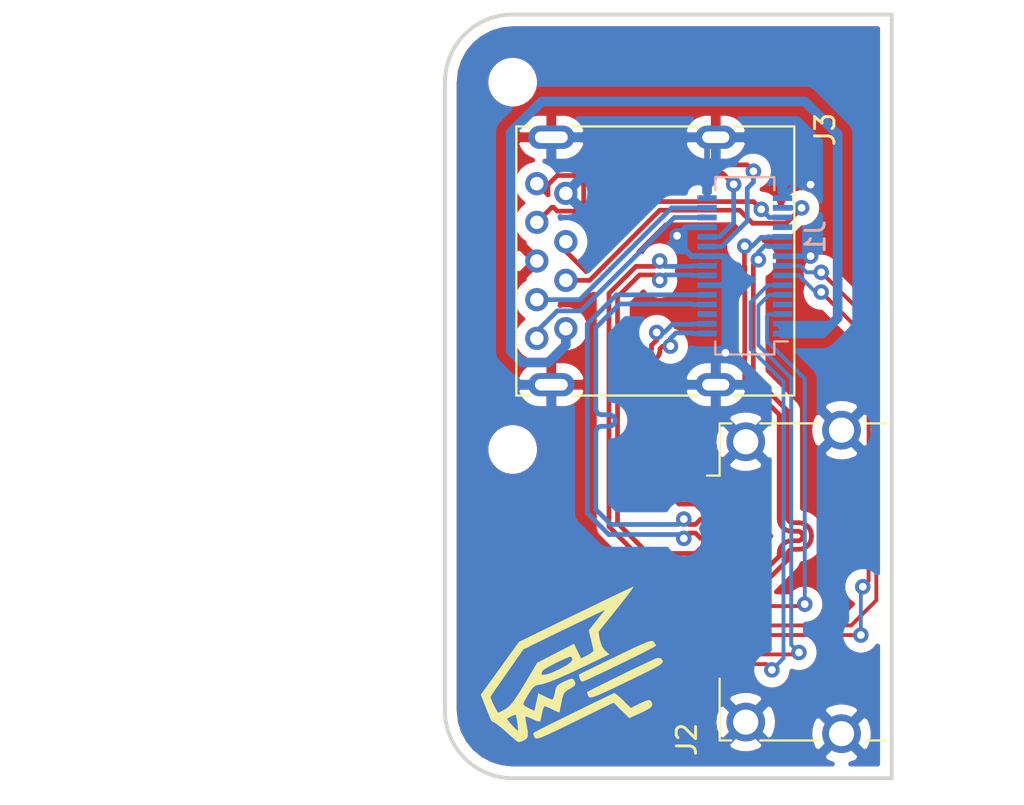
<source format=kicad_pcb>
(kicad_pcb (version 20171130) (host pcbnew "(5.1.10-1-10_14)")
  (layers (0 F.Cu signal) (1 In1.Cu signal hide) (2 In2.Cu signal hide) (31 B.Cu signal) (34 B.Paste user) (35 F.Paste user) (36 B.SilkS user) (37 F.SilkS user) (38 B.Mask user) (39 F.Mask user) (44 Edge.Cuts user))
  (net 0 "")
  (net 1 "Net-(J1-Pad22)")
  (net 2 "Net-(J1-Pad20)")
  (net 3 "Net-(J1-Pad16)")
  (net 4 "Net-(J1-Pad23)")
  (net 5 GND)
  (net 6 D+)
  (net 7 D-)
  (net 8 CEC)
  (net 9 HPD)
  (net 10 HDMI_CLK-)
  (net 11 HDMI_CLK+)
  (net 12 HDMI_D0-)
  (net 13 HDMI_D0+)
  (net 14 HDMI_D1-)
  (net 15 HDMI_D1+)
  (net 16 HDMI_D2-)
  (net 17 HDMI_D2+)
  (net 18 SSRX+)
  (net 19 SSRX-)
  (net 20 SSTX-)
  (net 21 SSTX+)
  (module Local:MountingHole_1.5mm (layer F.Cu) (at -12 9.5)
    (fp_text reference H2 hide)
    (fp_text value MountingHole hide)
    (pad "" np_thru_hole circle (at 0 0) (size 1.5 1.5) (drill 1.5) (layers *.Cu *.Mask))
  )
  (module Local:MountingHole_1.5mm (layer F.Cu) (at -12 -9.5)
    (fp_text reference H1 hide)
    (fp_text value MountingHole hide)
    (pad "" np_thru_hole circle (at 0 0) (size 1.5 1.5) (drill 1.5) (layers *.Cu *.Mask))
  )
  (module Local:ZoidFace (layer F.Cu) (at -9 21)
    (fp_text reference G1 hide)
    (fp_text value Logo_Open_Hardware_Small hide)
  )
  (module Local:HDMI_A_Amphenol_10029449-111 (layer F.Cu) (at 2.1 16.35 90)
    (fp_text reference J2 (at -8.15 -5.1 90) (layer F.SilkS))
    (fp_text value HDMI_A_1.4)
    (pad SH thru_hole circle (at -7.85 2.9 90) (size 2 2) (drill 1.3) (layers *.Cu *.Mask) (net 5 GND))
    (pad SH thru_hole circle (at 7.85 2.9 90) (size 2 2) (drill 1.3) (layers *.Cu *.Mask) (net 5 GND))
    (pad SH thru_hole circle (at -7.25 -2.05 90) (size 2 2) (drill 1.3) (layers *.Cu *.Mask) (net 5 GND))
    (pad SH thru_hole circle (at 7.25 -2.05 90) (size 2 2) (drill 1.3) (layers *.Cu *.Mask) (net 5 GND))
    (pad 19 smd rect (at -4.25 -2.95 90) (size 0.3 1.9) (layers F.Cu F.Paste F.Mask) (net 9 HPD))
    (pad 18 smd rect (at -3.75 -2.95 90) (size 0.3 1.9) (layers F.Cu F.Paste F.Mask) (net 2 "Net-(J1-Pad20)"))
    (pad 17 smd rect (at -3.25 -2.95 90) (size 0.3 1.9) (layers F.Cu F.Paste F.Mask) (net 5 GND))
    (pad 16 smd rect (at -2.75 -2.95 90) (size 0.3 1.9) (layers F.Cu F.Paste F.Mask) (net 1 "Net-(J1-Pad22)"))
    (pad 15 smd rect (at -2.25 -2.95 90) (size 0.3 1.9) (layers F.Cu F.Paste F.Mask) (net 4 "Net-(J1-Pad23)"))
    (pad 14 smd rect (at -1.75 -2.95 90) (size 0.3 1.9) (layers F.Cu F.Paste F.Mask))
    (pad 13 smd rect (at -1.25 -2.95 90) (size 0.3 1.9) (layers F.Cu F.Paste F.Mask) (net 8 CEC))
    (pad 12 smd rect (at -0.75 -2.95 90) (size 0.3 1.9) (layers F.Cu F.Paste F.Mask) (net 10 HDMI_CLK-))
    (pad 11 smd rect (at -0.25 -2.95 90) (size 0.3 1.9) (layers F.Cu F.Paste F.Mask) (net 5 GND))
    (pad 10 smd rect (at 0.25 -2.95 90) (size 0.3 1.9) (layers F.Cu F.Paste F.Mask) (net 11 HDMI_CLK+))
    (pad 9 smd rect (at 0.75 -2.95 90) (size 0.3 1.9) (layers F.Cu F.Paste F.Mask) (net 12 HDMI_D0-))
    (pad 8 smd rect (at 1.25 -2.95 90) (size 0.3 1.9) (layers F.Cu F.Paste F.Mask) (net 5 GND))
    (pad 7 smd rect (at 1.75 -2.95 90) (size 0.3 1.9) (layers F.Cu F.Paste F.Mask) (net 13 HDMI_D0+))
    (pad 6 smd rect (at 2.25 -2.95 90) (size 0.3 1.9) (layers F.Cu F.Paste F.Mask) (net 14 HDMI_D1-))
    (pad 5 smd rect (at 2.75 -2.95 90) (size 0.3 1.9) (layers F.Cu F.Paste F.Mask) (net 5 GND))
    (pad 4 smd rect (at 3.25 -2.95 90) (size 0.3 1.9) (layers F.Cu F.Paste F.Mask) (net 15 HDMI_D1+))
    (pad 3 smd rect (at 3.75 -2.95 90) (size 0.3 1.9) (layers F.Cu F.Paste F.Mask) (net 16 HDMI_D2-))
    (pad 2 smd rect (at 4.25 -2.95 90) (size 0.3 1.9) (layers F.Cu F.Paste F.Mask) (net 5 GND))
    (pad 1 smd rect (at 4.75 -2.95 90) (size 0.3 1.9) (layers F.Cu F.Paste F.Mask) (net 17 HDMI_D2+))
  )
  (module Connector_Molex:Molex_SlimStack_55560-0307_2x15_P0.50mm_Vertical_ColumnNumbering (layer B.Cu) (at 0 0 90)
    (fp_text reference J1 (at 1.5 3.65 270) (layer B.SilkS) (effects (justify mirror)))
    (fp_text value Explorer_MB)
    (pad 16 smd rect (at -3.5 1.95 90) (size 0.3 1) (layers B.Cu B.Paste B.Mask) (net 3 "Net-(J1-Pad16)"))
    (pad 17 smd rect (at -3 1.95 90) (size 0.3 1) (layers B.Cu B.Paste B.Mask) (net 3 "Net-(J1-Pad16)"))
    (pad 18 smd rect (at -2.5 1.95 90) (size 0.3 1) (layers B.Cu B.Paste B.Mask) (net 8 CEC))
    (pad 19 smd rect (at -2 1.95 90) (size 0.3 1) (layers B.Cu B.Paste B.Mask))
    (pad 20 smd rect (at -1.5 1.95 90) (size 0.3 1) (layers B.Cu B.Paste B.Mask) (net 2 "Net-(J1-Pad20)"))
    (pad 21 smd rect (at -1 1.95 90) (size 0.3 1) (layers B.Cu B.Paste B.Mask) (net 9 HPD))
    (pad 22 smd rect (at -0.5 1.95 90) (size 0.3 1) (layers B.Cu B.Paste B.Mask) (net 1 "Net-(J1-Pad22)"))
    (pad 23 smd rect (at 0 1.95 90) (size 0.3 1) (layers B.Cu B.Paste B.Mask) (net 4 "Net-(J1-Pad23)"))
    (pad 24 smd rect (at 0.5 1.95 90) (size 0.3 1) (layers B.Cu B.Paste B.Mask) (net 5 GND))
    (pad 25 smd rect (at 1 1.95 90) (size 0.3 1) (layers B.Cu B.Paste B.Mask) (net 10 HDMI_CLK-))
    (pad 26 smd rect (at 1.5 1.95 90) (size 0.3 1) (layers B.Cu B.Paste B.Mask) (net 11 HDMI_CLK+))
    (pad 27 smd rect (at 2 1.95 90) (size 0.3 1) (layers B.Cu B.Paste B.Mask))
    (pad 28 smd rect (at 2.5 1.95 90) (size 0.3 1) (layers B.Cu B.Paste B.Mask) (net 6 D+))
    (pad 29 smd rect (at 3 1.95 90) (size 0.3 1) (layers B.Cu B.Paste B.Mask) (net 7 D-))
    (pad 30 smd rect (at 3.5 1.95 90) (size 0.3 1) (layers B.Cu B.Paste B.Mask) (net 5 GND))
    (pad 1 smd rect (at -3.5 -1.95 90) (size 0.3 1) (layers B.Cu B.Paste B.Mask) (net 17 HDMI_D2+))
    (pad 2 smd rect (at -3 -1.95 90) (size 0.3 1) (layers B.Cu B.Paste B.Mask) (net 16 HDMI_D2-))
    (pad 3 smd rect (at -2.5 -1.95 90) (size 0.3 1) (layers B.Cu B.Paste B.Mask))
    (pad 4 smd rect (at -2 -1.95 90) (size 0.3 1) (layers B.Cu B.Paste B.Mask) (net 15 HDMI_D1+))
    (pad 5 smd rect (at -1.5 -1.95 90) (size 0.3 1) (layers B.Cu B.Paste B.Mask) (net 14 HDMI_D1-))
    (pad 6 smd rect (at -1 -1.95 90) (size 0.3 1) (layers B.Cu B.Paste B.Mask) (net 5 GND))
    (pad 7 smd rect (at -0.5 -1.95 90) (size 0.3 1) (layers B.Cu B.Paste B.Mask) (net 13 HDMI_D0+))
    (pad 8 smd rect (at 0 -1.95 90) (size 0.3 1) (layers B.Cu B.Paste B.Mask) (net 12 HDMI_D0-))
    (pad 9 smd rect (at 0.5 -1.95 90) (size 0.3 1) (layers B.Cu B.Paste B.Mask) (net 5 GND))
    (pad 10 smd rect (at 1 -1.95 90) (size 0.3 1) (layers B.Cu B.Paste B.Mask) (net 19 SSRX-))
    (pad 11 smd rect (at 1.5 -1.95 90) (size 0.3 1) (layers B.Cu B.Paste B.Mask) (net 18 SSRX+))
    (pad 12 smd rect (at 2 -1.95 90) (size 0.3 1) (layers B.Cu B.Paste B.Mask) (net 5 GND))
    (pad 13 smd rect (at 2.5 -1.95 90) (size 0.3 1) (layers B.Cu B.Paste B.Mask) (net 21 SSTX+))
    (pad 14 smd rect (at 3 -1.95 90) (size 0.3 1) (layers B.Cu B.Paste B.Mask) (net 20 SSTX-))
    (pad 15 smd rect (at 3.5 -1.95 90) (size 0.3 1) (layers B.Cu B.Paste B.Mask) (net 5 GND))
  )
  (module Connector_USB:USB3_A_Molex_48393-001 (layer F.Cu) (at -9.25 3.25 90)
    (fp_text reference J3 (at 10.3 13.4 90) (layer F.SilkS))
    (fp_text value USB3_A)
    (pad 10 thru_hole oval (at -2.9 7.75 90) (size 1.2 2.1) (drill oval 0.6 1.4) (layers *.Cu *.Mask) (net 5 GND))
    (pad 10 thru_hole oval (at 9.9 7.75 90) (size 1.2 2.1) (drill oval 0.6 1.4) (layers *.Cu *.Mask) (net 5 GND))
    (pad 10 thru_hole oval (at -2.9 -0.75 90) (size 1.2 2.4) (drill oval 0.6 1.7) (layers *.Cu *.Mask) (net 5 GND))
    (pad 10 thru_hole oval (at 9.9 -0.75 90) (size 1.2 2.4) (drill oval 0.6 1.7) (layers *.Cu *.Mask) (net 5 GND))
    (pad 9 thru_hole circle (at -0.5 -1.5 90) (size 1.2 1.2) (drill 0.7) (layers *.Cu *.Mask) (net 21 SSTX+))
    (pad 8 thru_hole circle (at 1.5 -1.5 90) (size 1.2 1.2) (drill 0.7) (layers *.Cu *.Mask) (net 20 SSTX-))
    (pad 7 thru_hole circle (at 3.5 -1.5 90) (size 1.2 1.2) (drill 0.7) (layers *.Cu *.Mask) (net 5 GND))
    (pad 6 thru_hole circle (at 5.5 -1.5 90) (size 1.2 1.2) (drill 0.7) (layers *.Cu *.Mask) (net 18 SSRX+))
    (pad 5 thru_hole circle (at 7.5 -1.5 90) (size 1.2 1.2) (drill 0.7) (layers *.Cu *.Mask) (net 19 SSRX-))
    (pad 4 thru_hole circle (at 7 0 90) (size 1.2 1.2) (drill 0.7) (layers *.Cu *.Mask) (net 5 GND))
    (pad 3 thru_hole circle (at 4.5 0 90) (size 1.2 1.2) (drill 0.7) (layers *.Cu *.Mask) (net 6 D+))
    (pad 2 thru_hole circle (at 2.5 0 90) (size 1.2 1.2) (drill 0.7) (layers *.Cu *.Mask) (net 7 D-))
    (pad 1 thru_hole circle (at 0 0 90) (size 1.2 1.2) (drill 0.7) (layers *.Cu *.Mask) (net 3 "Net-(J1-Pad16)"))
  )
  (gr_arc (start -12 23) (end -15.5 23) (angle -90) (layer Edge.Cuts) (width 0.2))
  (gr_line (start -15.5 -9.5) (end -15.5 23) (layer Edge.Cuts) (width 0.2))
  (gr_line (start 7.6 26.5) (end 7.6 -13) (layer Edge.Cuts) (width 0.2))
  (gr_line (start -12 26.5) (end 7.6 26.5) (layer Edge.Cuts) (width 0.2))
  (gr_arc (start -12 -9.5) (end -12 -13) (angle -90) (layer Edge.Cuts) (width 0.2))
  (gr_line (start 7.6 -13) (end -12 -13) (layer Edge.Cuts) (width 0.2))
  (via (at 3.95 1.358168) (size 0.8) (drill 0.4) (layers F.Cu B.Cu) (net 1))
  (segment (start 3.656468 1.358168) (end 3.95 1.358168) (width 0.2) (layer B.Cu) (net 1))
  (segment (start 2.7983 0.5) (end 3.656468 1.358168) (width 0.2) (layer B.Cu) (net 1))
  (segment (start 1.95 0.5) (end 2.7983 0.5) (width 0.2) (layer B.Cu) (net 1))
  (via (at 6 19.1) (size 0.8) (drill 0.4) (layers F.Cu B.Cu) (net 1))
  (segment (start 6 19.1) (end -0.85 19.1) (width 0.2) (layer F.Cu) (net 1))
  (segment (start 6 16.69999) (end 6.09999 16.6) (width 0.2) (layer B.Cu) (net 1))
  (via (at 6.09999 16.6) (size 0.8) (drill 0.4) (layers F.Cu B.Cu) (net 1))
  (segment (start 6 19.1) (end 6 16.69999) (width 0.2) (layer B.Cu) (net 1))
  (segment (start 6.4 16.29999) (end 6.09999 16.6) (width 0.2) (layer F.Cu) (net 1))
  (segment (start 6.4 3.808168) (end 6.4 16.29999) (width 0.2) (layer F.Cu) (net 1))
  (segment (start 3.95 1.358168) (end 6.4 3.808168) (width 0.2) (layer F.Cu) (net 1))
  (segment (start 2.7 20.1) (end 2.8 20) (width 0.2) (layer F.Cu) (net 2))
  (segment (start -0.85 20.1) (end 2.7 20.1) (width 0.2) (layer F.Cu) (net 2))
  (via (at 2.8 20) (size 0.8) (drill 0.4) (layers F.Cu B.Cu) (net 2))
  (segment (start 2.4 5.8) (end 2.4 19.6) (width 0.2) (layer B.Cu) (net 2))
  (segment (start 1.259998 1.5) (end 0.7 2.059998) (width 0.2) (layer B.Cu) (net 2))
  (segment (start 0.7 4.1) (end 2.4 5.8) (width 0.2) (layer B.Cu) (net 2))
  (segment (start 0.7 2.059998) (end 0.7 4.1) (width 0.2) (layer B.Cu) (net 2))
  (segment (start 2.4 19.6) (end 2.8 20) (width 0.2) (layer B.Cu) (net 2))
  (segment (start 1.95 1.5) (end 1.259998 1.5) (width 0.2) (layer B.Cu) (net 2))
  (segment (start 4.399999 3.100001) (end 1.95 3.100001) (width 0.5) (layer B.Cu) (net 3))
  (segment (start 4 3.5) (end 4.399999 3.100001) (width 0.5) (layer B.Cu) (net 3))
  (segment (start 1.95 3.5) (end 4 3.5) (width 0.5) (layer B.Cu) (net 3))
  (segment (start 4.8 -6.8) (end 4.8 2.7) (width 0.5) (layer B.Cu) (net 3))
  (segment (start 3.1 -8.5) (end 4.8 -6.8) (width 0.5) (layer B.Cu) (net 3))
  (segment (start -12.1 -6.9) (end -10.5 -8.5) (width 0.5) (layer B.Cu) (net 3))
  (segment (start -12.1 4.4) (end -12.1 -6.9) (width 0.5) (layer B.Cu) (net 3))
  (segment (start -10.151472 5) (end -11.5 5) (width 0.5) (layer B.Cu) (net 3))
  (segment (start -10.5 -8.5) (end 3.1 -8.5) (width 0.5) (layer B.Cu) (net 3))
  (segment (start -9.25 4.098528) (end -10.151472 5) (width 0.5) (layer B.Cu) (net 3))
  (segment (start -11.5 5) (end -12.1 4.4) (width 0.5) (layer B.Cu) (net 3))
  (segment (start 4.8 2.7) (end 4.399999 3.100001) (width 0.5) (layer B.Cu) (net 3))
  (segment (start -9.25 3.25) (end -9.25 4.098528) (width 0.5) (layer B.Cu) (net 3))
  (via (at 3.95 0.335166) (size 0.8) (drill 0.4) (layers F.Cu B.Cu) (net 4))
  (segment (start 2.863998 0) (end 3.199164 0.335166) (width 0.2) (layer B.Cu) (net 4))
  (segment (start 3.199164 0.335166) (end 3.95 0.335166) (width 0.2) (layer B.Cu) (net 4))
  (segment (start 1.95 0) (end 2.863998 0) (width 0.2) (layer B.Cu) (net 4))
  (segment (start 5.5 18.6) (end -0.85 18.6) (width 0.2) (layer F.Cu) (net 4))
  (segment (start 6.8 17.3) (end 5.5 18.6) (width 0.2) (layer F.Cu) (net 4))
  (segment (start 6.8 3.185166) (end 6.8 17.3) (width 0.2) (layer F.Cu) (net 4))
  (segment (start 3.95 0.335166) (end 6.8 3.185166) (width 0.2) (layer F.Cu) (net 4))
  (segment (start 0.380002 13.6) (end -0.85 13.6) (width 0.3) (layer F.Cu) (net 5))
  (segment (start 0.450001 13.669999) (end 0.380002 13.6) (width 0.3) (layer F.Cu) (net 5))
  (segment (start 0.4 15.1) (end 0.450001 15.049999) (width 0.3) (layer F.Cu) (net 5))
  (segment (start 0.450001 15.049999) (end 0.450001 13.669999) (width 0.3) (layer F.Cu) (net 5))
  (segment (start -0.85 15.1) (end 0.4 15.1) (width 0.3) (layer F.Cu) (net 5))
  (segment (start 0.38 12.1) (end -0.85 12.1) (width 0.3) (layer F.Cu) (net 5))
  (segment (start 0.4 13.6) (end 0.450001 13.549999) (width 0.3) (layer F.Cu) (net 5))
  (segment (start 0.450001 12.170001) (end 0.38 12.1) (width 0.3) (layer F.Cu) (net 5))
  (segment (start 0.450001 13.549999) (end 0.450001 12.170001) (width 0.3) (layer F.Cu) (net 5))
  (segment (start -0.85 13.6) (end 0.4 13.6) (width 0.3) (layer F.Cu) (net 5))
  (segment (start 0.7 12.1) (end 0.38 12.1) (width 0.3) (layer F.Cu) (net 5))
  (segment (start 0.7 15) (end 0.7 12.1) (width 0.3) (layer F.Cu) (net 5))
  (segment (start 0.6 15.1) (end 0.7 15) (width 0.3) (layer F.Cu) (net 5))
  (segment (start 0.4 15.1) (end 0.6 15.1) (width 0.3) (layer F.Cu) (net 5))
  (segment (start -2 16.6) (end -2.5 16.6) (width 0.3) (layer F.Cu) (net 5))
  (segment (start -2.150001 16.750001) (end -2 16.6) (width 0.3) (layer F.Cu) (net 5))
  (segment (start -2.150001 19.549999) (end -2.150001 16.750001) (width 0.3) (layer F.Cu) (net 5))
  (segment (start -2.1 19.6) (end -2.150001 19.549999) (width 0.3) (layer F.Cu) (net 5))
  (segment (start -0.85 19.6) (end -2.1 19.6) (width 0.3) (layer F.Cu) (net 5))
  (segment (start -0.85 16.6) (end -2 16.6) (width 0.3) (layer F.Cu) (net 5))
  (segment (start -2.2 16.9) (end -2.5 16.6) (width 0.3) (layer F.Cu) (net 5))
  (segment (start -2.2 19.5) (end -2.2 16.9) (width 0.3) (layer F.Cu) (net 5))
  (segment (start -2.1 19.6) (end -2.2 19.5) (width 0.3) (layer F.Cu) (net 5))
  (segment (start -3.053555 -2) (end -3.5 -1.553555) (width 0.3) (layer B.Cu) (net 5))
  (via (at -3.5 -1.553555) (size 0.8) (drill 0.4) (layers F.Cu B.Cu) (net 5))
  (segment (start -1.95 -2) (end -3.053555 -2) (width 0.3) (layer B.Cu) (net 5))
  (segment (start -3.5 -1.25) (end -3.5 -1.553555) (width 0.3) (layer B.Cu) (net 5))
  (segment (start -2.75 -0.5) (end -3.5 -1.25) (width 0.3) (layer B.Cu) (net 5))
  (segment (start -1.95 -0.5) (end -2.75 -0.5) (width 0.3) (layer B.Cu) (net 5))
  (segment (start -1 0.949999) (end -1 -0.430001) (width 0.4) (layer B.Cu) (net 5))
  (segment (start -1.15 1) (end -1.099999 0.949999) (width 0.3) (layer B.Cu) (net 5))
  (segment (start -1.169998 -0.5) (end -1.95 -0.5) (width 0.3) (layer B.Cu) (net 5))
  (segment (start -1.099999 -0.430001) (end -1.169998 -0.5) (width 0.3) (layer B.Cu) (net 5))
  (segment (start -1.95 1) (end -1.15 1) (width 0.3) (layer B.Cu) (net 5))
  (via (at 3.4 -0.5) (size 0.8) (drill 0.4) (layers F.Cu B.Cu) (net 5))
  (segment (start 1.95 -0.5) (end 3.4 -0.5) (width 0.3) (layer B.Cu) (net 5))
  (via (at 3.4 -4.2) (size 0.8) (drill 0.4) (layers F.Cu B.Cu) (net 5))
  (segment (start 2.65 -4.2) (end 3.4 -4.2) (width 0.3) (layer B.Cu) (net 5))
  (segment (start 1.95 -3.5) (end 2.65 -4.2) (width 0.3) (layer B.Cu) (net 5))
  (segment (start -1.95 -6.2) (end -1.5 -6.65) (width 0.3) (layer B.Cu) (net 5))
  (segment (start -1.95 -3.5) (end -1.95 -6.2) (width 0.3) (layer B.Cu) (net 5))
  (segment (start -1.15 1) (end -1.15 0.96037) (width 0.3) (layer B.Cu) (net 5))
  (via (at -1 4.5) (size 0.8) (drill 0.4) (layers F.Cu B.Cu) (net 5))
  (segment (start -1.5 5) (end -1 4.5) (width 0.3) (layer B.Cu) (net 5))
  (segment (start -1.5 6.15) (end -1.5 5) (width 0.3) (layer B.Cu) (net 5))
  (segment (start -1.099999 4.400001) (end -1 4.5) (width 0.3) (layer B.Cu) (net 5))
  (segment (start -1 0.949999) (end -1 4.400001) (width 0.4) (layer B.Cu) (net 5))
  (segment (start 1.95 -2.5) (end 1.271998 -2.5) (width 0.244) (layer B.Cu) (net 6))
  (segment (start 1.271998 -2.5) (end 0.849988 -2.92201) (width 0.244) (layer B.Cu) (net 6))
  (via (at 0.849988 -2.92201) (size 0.8) (drill 0.4) (layers F.Cu B.Cu) (net 6))
  (segment (start -5.745408 -2.154592) (end -4.577991 -3.322009) (width 0.244) (layer F.Cu) (net 6))
  (segment (start -5.851473 -2.048528) (end -5.745408 -2.154592) (width 0.244) (layer F.Cu) (net 6))
  (segment (start -5.964521 -1.977497) (end -5.903995 -2.006645) (width 0.244) (layer F.Cu) (net 6))
  (segment (start -6.030016 -1.962547) (end -5.964521 -1.977497) (width 0.244) (layer F.Cu) (net 6))
  (segment (start -6.097194 -1.962548) (end -6.030016 -1.962547) (width 0.244) (layer F.Cu) (net 6))
  (segment (start -6.223215 -2.006644) (end -6.162689 -1.977496) (width 0.244) (layer F.Cu) (net 6))
  (segment (start -6.55269 -2.314846) (end -6.500168 -2.272959) (width 0.244) (layer F.Cu) (net 6))
  (segment (start -6.67871 -2.358942) (end -6.613217 -2.343992) (width 0.244) (layer F.Cu) (net 6))
  (segment (start 0.449989 -3.322009) (end 0.849988 -2.92201) (width 0.244) (layer F.Cu) (net 6))
  (segment (start -6.628969 -1.313048) (end -6.614019 -1.378543) (width 0.244) (layer F.Cu) (net 6))
  (segment (start -6.811383 -2.343993) (end -6.74589 -2.358941) (width 0.244) (layer F.Cu) (net 6))
  (segment (start -6.87191 -2.314845) (end -6.811383 -2.343993) (width 0.244) (layer F.Cu) (net 6))
  (segment (start -4.577991 -3.322009) (end 0.449989 -3.322009) (width 0.244) (layer F.Cu) (net 6))
  (segment (start -6.995464 -2.159912) (end -6.966316 -2.220438) (width 0.244) (layer F.Cu) (net 6))
  (segment (start -7.010413 -2.027239) (end -7.010414 -2.094417) (width 0.244) (layer F.Cu) (net 6))
  (segment (start -6.924432 -2.272959) (end -6.87191 -2.314845) (width 0.244) (layer F.Cu) (net 6))
  (segment (start -6.966317 -1.901218) (end -6.995465 -1.961744) (width 0.244) (layer F.Cu) (net 6))
  (segment (start -6.924432 -1.848695) (end -6.966317 -1.901218) (width 0.244) (layer F.Cu) (net 6))
  (segment (start -6.162689 -1.977496) (end -6.097194 -1.962548) (width 0.244) (layer F.Cu) (net 6))
  (segment (start -6.61402 -1.445721) (end -6.628968 -1.511216) (width 0.244) (layer F.Cu) (net 6))
  (segment (start -6.74589 -2.358941) (end -6.67871 -2.358942) (width 0.244) (layer F.Cu) (net 6))
  (segment (start -6.658115 -1.252523) (end -6.628969 -1.313048) (width 0.244) (layer F.Cu) (net 6))
  (segment (start -6.658116 -1.571741) (end -6.700001 -1.624264) (width 0.244) (layer F.Cu) (net 6))
  (segment (start -6.500168 -2.272959) (end -6.275738 -2.048529) (width 0.244) (layer F.Cu) (net 6))
  (segment (start -6.628968 -1.511216) (end -6.658116 -1.571741) (width 0.244) (layer F.Cu) (net 6))
  (segment (start -6.995465 -1.961744) (end -7.010413 -2.027239) (width 0.244) (layer F.Cu) (net 6))
  (segment (start -6.614019 -1.378543) (end -6.61402 -1.445721) (width 0.244) (layer F.Cu) (net 6))
  (segment (start -6.700001 -1.624264) (end -6.924432 -1.848695) (width 0.244) (layer F.Cu) (net 6))
  (segment (start -6.966316 -2.220438) (end -6.924432 -2.272959) (width 0.244) (layer F.Cu) (net 6))
  (segment (start -9.25 -0.75) (end -8.2 0.3) (width 0.244) (layer F.Cu) (net 6))
  (segment (start -6.7 -1.2) (end -6.658115 -1.252523) (width 0.244) (layer F.Cu) (net 6))
  (segment (start -6.613217 -2.343992) (end -6.55269 -2.314846) (width 0.244) (layer F.Cu) (net 6))
  (segment (start -7.010414 -2.094417) (end -6.995464 -2.159912) (width 0.244) (layer F.Cu) (net 6))
  (segment (start -6.275738 -2.048529) (end -6.223215 -2.006644) (width 0.244) (layer F.Cu) (net 6))
  (segment (start -8.2 0.3) (end -6.7 -1.2) (width 0.244) (layer F.Cu) (net 6))
  (segment (start -5.903995 -2.006645) (end -5.851473 -2.048528) (width 0.244) (layer F.Cu) (net 6))
  (segment (start -9.25 -1.25) (end -9.25 -0.75) (width 0.244) (layer F.Cu) (net 6))
  (segment (start 2.937002 -3) (end 2.938251 -2.998751) (width 0.244) (layer B.Cu) (net 7))
  (via (at 2.938251 -2.998751) (size 0.8) (drill 0.4) (layers F.Cu B.Cu) (net 7))
  (segment (start 1.95 -3) (end 2.937002 -3) (width 0.244) (layer B.Cu) (net 7))
  (segment (start 2.938251 -2.998751) (end 2.1395 -2.2) (width 0.244) (layer F.Cu) (net 7))
  (segment (start 0.403845 -2.2) (end -0.274153 -2.877998) (width 0.244) (layer F.Cu) (net 7))
  (segment (start 2.1395 -2.2) (end 0.403845 -2.2) (width 0.244) (layer F.Cu) (net 7))
  (segment (start -0.274153 -2.877998) (end -4.390888 -2.877998) (width 0.244) (layer F.Cu) (net 7))
  (segment (start -4.390888 -2.877998) (end -8.018886 0.75) (width 0.244) (layer F.Cu) (net 7))
  (segment (start -8.018886 0.75) (end -9.25 0.75) (width 0.244) (layer F.Cu) (net 7))
  (segment (start 1.149999 2.600001) (end 1.149999 3.890001) (width 0.2) (layer B.Cu) (net 8))
  (segment (start -0.85 17.6) (end 3.00001 17.6) (width 0.2) (layer F.Cu) (net 8))
  (via (at 3.10001 17.5) (size 0.8) (drill 0.4) (layers F.Cu B.Cu) (net 8))
  (segment (start 3.10001 5.840012) (end 3.10001 17.5) (width 0.2) (layer B.Cu) (net 8))
  (segment (start 3.00001 17.6) (end 3.10001 17.5) (width 0.2) (layer F.Cu) (net 8))
  (segment (start 1.95 2.5) (end 1.25 2.5) (width 0.2) (layer B.Cu) (net 8))
  (segment (start 1.149999 3.890001) (end 3.10001 5.840012) (width 0.2) (layer B.Cu) (net 8))
  (segment (start 1.25 2.5) (end 1.149999 2.600001) (width 0.2) (layer B.Cu) (net 8))
  (via (at 1.4 20.9) (size 0.8) (drill 0.4) (layers F.Cu B.Cu) (net 9))
  (segment (start 2 20.3) (end 1.4 20.9) (width 0.2) (layer B.Cu) (net 9))
  (segment (start 0.29999 1.894309) (end 0.29999 4.29999) (width 0.2) (layer B.Cu) (net 9))
  (segment (start 0.29999 4.29999) (end 2 6) (width 0.2) (layer B.Cu) (net 9))
  (segment (start 2 6) (end 2 20.3) (width 0.2) (layer B.Cu) (net 9))
  (segment (start 1.1943 1) (end 0.29999 1.894309) (width 0.2) (layer B.Cu) (net 9))
  (segment (start 1.95 1) (end 1.1943 1) (width 0.2) (layer B.Cu) (net 9))
  (segment (start 1.1 20.6) (end -0.85 20.6) (width 0.2) (layer F.Cu) (net 9))
  (segment (start 1.4 20.9) (end 1.1 20.6) (width 0.2) (layer F.Cu) (net 9))
  (segment (start 0.703677 -0.706203) (end 0.703677 -0.313051) (width 0.244) (layer B.Cu) (net 10))
  (segment (start 1.171999 -1.028) (end 1.025474 -1.028) (width 0.244) (layer B.Cu) (net 10))
  (segment (start 1.199999 -1) (end 1.171999 -1.028) (width 0.244) (layer B.Cu) (net 10))
  (segment (start 1.95 -1) (end 1.199999 -1) (width 0.244) (layer B.Cu) (net 10))
  (segment (start 1.025474 -1.028) (end 0.703677 -0.706203) (width 0.244) (layer B.Cu) (net 10))
  (via (at 0.703677 -0.313051) (size 0.8) (drill 0.4) (layers F.Cu B.Cu) (net 10))
  (segment (start -0.822001 17.072001) (end -0.85 17.1) (width 0.244) (layer F.Cu) (net 10))
  (segment (start 0.440569 5.726613) (end 0.440569 -0.049943) (width 0.244) (layer F.Cu) (net 10))
  (segment (start 2.222 7.508044) (end 0.440569 5.726613) (width 0.244) (layer F.Cu) (net 10))
  (segment (start 2.222 13.044044) (end 2.222 7.508044) (width 0.244) (layer F.Cu) (net 10))
  (segment (start 0.440569 -0.049943) (end 0.703677 -0.313051) (width 0.244) (layer F.Cu) (net 10))
  (segment (start 2.228117 13.098339) (end 2.222 13.044044) (width 0.244) (layer F.Cu) (net 10))
  (segment (start 2.246163 13.149911) (end 2.228117 13.098339) (width 0.244) (layer F.Cu) (net 10))
  (segment (start 2.313868 13.23481) (end 2.275233 13.196175) (width 0.244) (layer F.Cu) (net 10))
  (segment (start 2.360132 13.26388) (end 2.313868 13.23481) (width 0.244) (layer F.Cu) (net 10))
  (segment (start 2.411704 13.281926) (end 2.360132 13.26388) (width 0.244) (layer F.Cu) (net 10))
  (segment (start 3.444 14.015798) (end 3.444 13.936289) (width 0.244) (layer F.Cu) (net 10))
  (segment (start 3.427747 14.160047) (end 3.444 14.015798) (width 0.244) (layer F.Cu) (net 10))
  (segment (start 3.379803 14.297061) (end 3.427747 14.160047) (width 0.244) (layer F.Cu) (net 10))
  (segment (start 3.302573 14.419973) (end 3.379803 14.297061) (width 0.244) (layer F.Cu) (net 10))
  (segment (start 3.199929 14.522617) (end 3.302573 14.419973) (width 0.244) (layer F.Cu) (net 10))
  (segment (start 3.077017 14.599847) (end 3.199929 14.522617) (width 0.244) (layer F.Cu) (net 10))
  (segment (start 2.940003 14.647791) (end 3.077017 14.599847) (width 0.244) (layer F.Cu) (net 10))
  (segment (start 2.795754 14.664044) (end 2.940003 14.647791) (width 0.244) (layer F.Cu) (net 10))
  (segment (start 2.411704 14.670161) (end 2.466 14.664044) (width 0.244) (layer F.Cu) (net 10))
  (segment (start 2.228117 14.853748) (end 2.246163 14.802176) (width 0.244) (layer F.Cu) (net 10))
  (segment (start 2.222 14.908044) (end 2.228117 14.853748) (width 0.244) (layer F.Cu) (net 10))
  (segment (start 2.222 15.207602) (end 2.222 14.908044) (width 0.244) (layer F.Cu) (net 10))
  (segment (start 3.199929 13.42947) (end 3.077017 13.35224) (width 0.244) (layer F.Cu) (net 10))
  (segment (start 2.466 14.664044) (end 2.795754 14.664044) (width 0.244) (layer F.Cu) (net 10))
  (segment (start 2.275233 13.196175) (end 2.246163 13.149911) (width 0.244) (layer F.Cu) (net 10))
  (segment (start 2.246163 14.802176) (end 2.275233 14.755912) (width 0.244) (layer F.Cu) (net 10))
  (segment (start -0.05 17.1) (end -0.022001 17.072001) (width 0.244) (layer F.Cu) (net 10))
  (segment (start 0.357601 17.072001) (end 2.222 15.207602) (width 0.244) (layer F.Cu) (net 10))
  (segment (start 2.360132 14.688207) (end 2.411704 14.670161) (width 0.244) (layer F.Cu) (net 10))
  (segment (start -0.022001 17.072001) (end 0.357601 17.072001) (width 0.244) (layer F.Cu) (net 10))
  (segment (start 2.795754 13.288044) (end 2.466 13.288044) (width 0.244) (layer F.Cu) (net 10))
  (segment (start 2.275233 14.755912) (end 2.313868 14.717277) (width 0.244) (layer F.Cu) (net 10))
  (segment (start -0.85 17.1) (end -0.05 17.1) (width 0.244) (layer F.Cu) (net 10))
  (segment (start 3.379803 13.655026) (end 3.302573 13.532114) (width 0.244) (layer F.Cu) (net 10))
  (segment (start 2.466 13.288044) (end 2.411704 13.281926) (width 0.244) (layer F.Cu) (net 10))
  (segment (start 3.444 13.936289) (end 3.427747 13.79204) (width 0.244) (layer F.Cu) (net 10))
  (segment (start 3.077017 13.35224) (end 2.940003 13.304296) (width 0.244) (layer F.Cu) (net 10))
  (segment (start 2.313868 14.717277) (end 2.360132 14.688207) (width 0.244) (layer F.Cu) (net 10))
  (segment (start 3.427747 13.79204) (end 3.379803 13.655026) (width 0.244) (layer F.Cu) (net 10))
  (segment (start 3.302573 13.532114) (end 3.199929 13.42947) (width 0.244) (layer F.Cu) (net 10))
  (segment (start 2.940003 13.304296) (end 2.795754 13.288044) (width 0.244) (layer F.Cu) (net 10))
  (segment (start 0.841562 -1.472) (end 0.389721 -1.020159) (width 0.244) (layer B.Cu) (net 11))
  (segment (start 1.95 -1.5) (end 1.199999 -1.5) (width 0.244) (layer B.Cu) (net 11))
  (segment (start 0.389721 -1.020159) (end -0.003431 -1.020159) (width 0.244) (layer B.Cu) (net 11))
  (segment (start 1.171999 -1.472) (end 0.841562 -1.472) (width 0.244) (layer B.Cu) (net 11))
  (segment (start 1.199999 -1.5) (end 1.171999 -1.472) (width 0.244) (layer B.Cu) (net 11))
  (via (at -0.003431 -1.020159) (size 0.8) (drill 0.4) (layers F.Cu B.Cu) (net 11))
  (segment (start -0.477911 16.1) (end -0.85 16.1) (width 0.244) (layer F.Cu) (net 11))
  (segment (start -0.449911 16.072001) (end -0.477911 16.1) (width 0.244) (layer F.Cu) (net 11))
  (segment (start -0.003431 -0.674505) (end -0.003431 -1.020159) (width 0.244) (layer F.Cu) (net 11))
  (segment (start -0.018324 -0.659612) (end -0.003431 -0.674505) (width 0.244) (layer F.Cu) (net 11))
  (segment (start -0.018324 0.03351) (end -0.018324 -0.659612) (width 0.244) (layer F.Cu) (net 11))
  (segment (start -0.003431 0.048403) (end -0.018324 0.03351) (width 0.244) (layer F.Cu) (net 11))
  (segment (start -0.003431 5.910525) (end -0.003431 0.048403) (width 0.244) (layer F.Cu) (net 11))
  (segment (start 1.842196 13.365061) (end 1.794252 13.228047) (width 0.244) (layer F.Cu) (net 11))
  (segment (start 1.919426 13.487973) (end 1.842196 13.365061) (width 0.244) (layer F.Cu) (net 11))
  (segment (start 2.02207 13.590617) (end 1.919426 13.487973) (width 0.244) (layer F.Cu) (net 11))
  (segment (start 2.144982 13.667847) (end 2.02207 13.590617) (width 0.244) (layer F.Cu) (net 11))
  (segment (start 2.281996 13.715791) (end 2.144982 13.667847) (width 0.244) (layer F.Cu) (net 11))
  (segment (start 2.861867 13.756207) (end 2.810295 13.738161) (width 0.244) (layer F.Cu) (net 11))
  (segment (start 2.908131 13.785277) (end 2.861867 13.756207) (width 0.244) (layer F.Cu) (net 11))
  (segment (start 2.946766 13.823912) (end 2.908131 13.785277) (width 0.244) (layer F.Cu) (net 11))
  (segment (start 2.993882 13.921748) (end 2.975836 13.870176) (width 0.244) (layer F.Cu) (net 11))
  (segment (start 3 13.976044) (end 2.993882 13.921748) (width 0.244) (layer F.Cu) (net 11))
  (segment (start 2.993882 14.030339) (end 3 13.976044) (width 0.244) (layer F.Cu) (net 11))
  (segment (start 2.908131 14.16681) (end 2.946766 14.128175) (width 0.244) (layer F.Cu) (net 11))
  (segment (start 2.426245 14.220044) (end 2.756 14.220044) (width 0.244) (layer F.Cu) (net 11))
  (segment (start 1.778 7.691956) (end -0.003431 5.910525) (width 0.244) (layer F.Cu) (net 11))
  (segment (start 1.778 13.083798) (end 1.778 7.691956) (width 0.244) (layer F.Cu) (net 11))
  (segment (start 1.794252 13.228047) (end 1.778 13.083798) (width 0.244) (layer F.Cu) (net 11))
  (segment (start 1.778 14.868289) (end 1.794252 14.72404) (width 0.244) (layer F.Cu) (net 11))
  (segment (start 2.946766 14.128175) (end 2.975836 14.081911) (width 0.244) (layer F.Cu) (net 11))
  (segment (start 0.672001 16.127999) (end 1.778 15.022) (width 0.244) (layer F.Cu) (net 11))
  (segment (start 2.861867 14.19588) (end 2.908131 14.16681) (width 0.244) (layer F.Cu) (net 11))
  (segment (start 1.794252 14.72404) (end 1.842196 14.587026) (width 0.244) (layer F.Cu) (net 11))
  (segment (start 1.919426 14.464114) (end 2.02207 14.36147) (width 0.244) (layer F.Cu) (net 11))
  (segment (start 2.810295 13.738161) (end 2.756 13.732044) (width 0.244) (layer F.Cu) (net 11))
  (segment (start 1.842196 14.587026) (end 1.919426 14.464114) (width 0.244) (layer F.Cu) (net 11))
  (segment (start 2.975836 14.081911) (end 2.993882 14.030339) (width 0.244) (layer F.Cu) (net 11))
  (segment (start 1.778 15.022) (end 1.778 14.868289) (width 0.244) (layer F.Cu) (net 11))
  (segment (start 2.281996 14.236296) (end 2.426245 14.220044) (width 0.244) (layer F.Cu) (net 11))
  (segment (start 2.144982 14.28424) (end 2.281996 14.236296) (width 0.244) (layer F.Cu) (net 11))
  (segment (start 2.810295 14.213926) (end 2.861867 14.19588) (width 0.244) (layer F.Cu) (net 11))
  (segment (start 2.02207 14.36147) (end 2.144982 14.28424) (width 0.244) (layer F.Cu) (net 11))
  (segment (start 2.975836 13.870176) (end 2.946766 13.823912) (width 0.244) (layer F.Cu) (net 11))
  (segment (start 2.756 14.220044) (end 2.810295 14.213926) (width 0.244) (layer F.Cu) (net 11))
  (segment (start -0.85 16.1) (end -0.05 16.1) (width 0.244) (layer F.Cu) (net 11))
  (segment (start 2.426245 13.732044) (end 2.281996 13.715791) (width 0.244) (layer F.Cu) (net 11))
  (segment (start 2.756 13.732044) (end 2.426245 13.732044) (width 0.244) (layer F.Cu) (net 11))
  (segment (start -0.022001 16.127999) (end 0.672001 16.127999) (width 0.244) (layer F.Cu) (net 11))
  (segment (start -0.05 16.1) (end -0.022001 16.127999) (width 0.244) (layer F.Cu) (net 11))
  (segment (start -2.700001 0) (end -2.728001 0.028) (width 0.244) (layer B.Cu) (net 12))
  (segment (start -1.95 0) (end -2.700001 0) (width 0.244) (layer B.Cu) (net 12))
  (segment (start -4.122 0.028) (end -4.4 -0.25) (width 0.244) (layer B.Cu) (net 12))
  (segment (start -2.728001 0.028) (end -4.122 0.028) (width 0.244) (layer B.Cu) (net 12))
  (via (at -4.4 -0.25) (size 0.8) (drill 0.4) (layers F.Cu B.Cu) (net 12))
  (segment (start -2.275001 15.6) (end -0.85 15.6) (width 0.244) (layer F.Cu) (net 12))
  (segment (start -2.553001 15.322) (end -2.275001 15.6) (width 0.244) (layer F.Cu) (net 12))
  (segment (start -7.022 1.427279) (end -7.022 13.491956) (width 0.244) (layer F.Cu) (net 12))
  (segment (start -4.4 -0.25) (end -4.678 0.028) (width 0.244) (layer F.Cu) (net 12))
  (segment (start -5.191956 15.322) (end -2.553001 15.322) (width 0.244) (layer F.Cu) (net 12))
  (segment (start -4.678 0.028) (end -5.622721 0.028) (width 0.244) (layer F.Cu) (net 12))
  (segment (start -7.022 13.491956) (end -5.191956 15.322) (width 0.244) (layer F.Cu) (net 12))
  (segment (start -5.622721 0.028) (end -7.022 1.427279) (width 0.244) (layer F.Cu) (net 12))
  (segment (start -2.700001 0.5) (end -2.728001 0.472) (width 0.244) (layer B.Cu) (net 13))
  (segment (start -1.95 0.5) (end -2.700001 0.5) (width 0.244) (layer B.Cu) (net 13))
  (segment (start -2.728001 0.472) (end -4.122 0.472) (width 0.244) (layer B.Cu) (net 13))
  (segment (start -4.122 0.472) (end -4.4 0.75) (width 0.244) (layer B.Cu) (net 13))
  (via (at -4.4 0.75) (size 0.8) (drill 0.4) (layers F.Cu B.Cu) (net 13))
  (segment (start -2.553001 14.878) (end -2.275001 14.6) (width 0.244) (layer F.Cu) (net 13))
  (segment (start -5.008044 14.878) (end -2.553001 14.878) (width 0.244) (layer F.Cu) (net 13))
  (segment (start -6.570479 10.811243) (end -6.578 10.878) (width 0.244) (layer F.Cu) (net 13))
  (segment (start -6.51255 10.690953) (end -6.548291 10.747834) (width 0.244) (layer F.Cu) (net 13))
  (segment (start -6.408166 10.607709) (end -6.465047 10.64345) (width 0.244) (layer F.Cu) (net 13))
  (segment (start -2.275001 14.6) (end -0.85 14.6) (width 0.244) (layer F.Cu) (net 13))
  (segment (start -5.861244 10.570478) (end -5.928 10.578) (width 0.244) (layer F.Cu) (net 13))
  (segment (start -5.797835 10.54829) (end -5.861244 10.570478) (width 0.244) (layer F.Cu) (net 13))
  (segment (start -5.928 10.578) (end -6.278 10.578) (width 0.244) (layer F.Cu) (net 13))
  (segment (start -5.740954 10.512549) (end -5.797835 10.54829) (width 0.244) (layer F.Cu) (net 13))
  (segment (start -6.465047 10.64345) (end -6.51255 10.690953) (width 0.244) (layer F.Cu) (net 13))
  (segment (start -5.635522 10.344756) (end -5.65771 10.408165) (width 0.244) (layer F.Cu) (net 13))
  (segment (start -5.65771 10.147834) (end -5.635522 10.211243) (width 0.244) (layer F.Cu) (net 13))
  (segment (start -5.693451 10.090953) (end -5.65771 10.147834) (width 0.244) (layer F.Cu) (net 13))
  (segment (start -6.278 10.578) (end -6.344757 10.585521) (width 0.244) (layer F.Cu) (net 13))
  (segment (start -5.740954 10.04345) (end -5.693451 10.090953) (width 0.244) (layer F.Cu) (net 13))
  (segment (start -5.928 9.978) (end -5.861244 9.985521) (width 0.244) (layer F.Cu) (net 13))
  (segment (start -5.861244 9.985521) (end -5.797835 10.007709) (width 0.244) (layer F.Cu) (net 13))
  (segment (start -6.278 9.978) (end -5.928 9.978) (width 0.244) (layer F.Cu) (net 13))
  (segment (start -5.628 10.278) (end -5.635522 10.344756) (width 0.244) (layer F.Cu) (net 13))
  (segment (start -6.465047 9.912549) (end -6.408166 9.94829) (width 0.244) (layer F.Cu) (net 13))
  (segment (start -6.578 1.611191) (end -6.578 9.678) (width 0.244) (layer F.Cu) (net 13))
  (segment (start -6.578 13.308044) (end -5.008044 14.878) (width 0.244) (layer F.Cu) (net 13))
  (segment (start -6.344757 9.970478) (end -6.278 9.978) (width 0.244) (layer F.Cu) (net 13))
  (segment (start -5.693451 10.465046) (end -5.740954 10.512549) (width 0.244) (layer F.Cu) (net 13))
  (segment (start -5.797835 10.007709) (end -5.740954 10.04345) (width 0.244) (layer F.Cu) (net 13))
  (segment (start -5.65771 10.408165) (end -5.693451 10.465046) (width 0.244) (layer F.Cu) (net 13))
  (segment (start -6.548291 9.808165) (end -6.51255 9.865046) (width 0.244) (layer F.Cu) (net 13))
  (segment (start -6.344757 10.585521) (end -6.408166 10.607709) (width 0.244) (layer F.Cu) (net 13))
  (segment (start -6.570479 9.744756) (end -6.548291 9.808165) (width 0.244) (layer F.Cu) (net 13))
  (segment (start -6.578 10.878) (end -6.578 13.308044) (width 0.244) (layer F.Cu) (net 13))
  (segment (start -6.51255 9.865046) (end -6.465047 9.912549) (width 0.244) (layer F.Cu) (net 13))
  (segment (start -4.4 0.75) (end -4.678 0.472) (width 0.244) (layer F.Cu) (net 13))
  (segment (start -6.578 9.678) (end -6.570479 9.744756) (width 0.244) (layer F.Cu) (net 13))
  (segment (start -6.548291 10.747834) (end -6.570479 10.811243) (width 0.244) (layer F.Cu) (net 13))
  (segment (start -5.635522 10.211243) (end -5.628 10.278) (width 0.244) (layer F.Cu) (net 13))
  (segment (start -6.408166 9.94829) (end -6.344757 9.970478) (width 0.244) (layer F.Cu) (net 13))
  (segment (start -5.438809 0.472) (end -6.578 1.611191) (width 0.244) (layer F.Cu) (net 13))
  (segment (start -4.678 0.472) (end -5.438809 0.472) (width 0.244) (layer F.Cu) (net 13))
  (segment (start -2.874377 13.822) (end -3.152377 14.1) (width 0.244) (layer F.Cu) (net 14))
  (segment (start -2.553001 13.822) (end -2.874377 13.822) (width 0.244) (layer F.Cu) (net 14))
  (segment (start -2.275001 14.1) (end -2.553001 13.822) (width 0.244) (layer F.Cu) (net 14))
  (segment (start -0.85 14.1) (end -2.275001 14.1) (width 0.244) (layer F.Cu) (net 14))
  (via (at -3.152377 14.1) (size 0.8) (drill 0.4) (layers F.Cu B.Cu) (net 14))
  (segment (start -6.627926 1.5) (end -1.95 1.5) (width 0.244) (layer B.Cu) (net 14))
  (segment (start -8.14401 3.016084) (end -6.627926 1.5) (width 0.244) (layer B.Cu) (net 14))
  (segment (start -3.352377 13.9) (end -7.027926 13.9) (width 0.244) (layer B.Cu) (net 14))
  (segment (start -8.144011 12.783915) (end -8.14401 3.016084) (width 0.244) (layer B.Cu) (net 14))
  (segment (start -7.027926 13.9) (end -8.144011 12.783915) (width 0.244) (layer B.Cu) (net 14))
  (segment (start -3.152377 14.1) (end -3.352377 13.9) (width 0.244) (layer B.Cu) (net 14))
  (segment (start -2.874377 13.378) (end -3.152377 13.1) (width 0.244) (layer F.Cu) (net 15))
  (segment (start -2.275001 13.1) (end -2.553001 13.378) (width 0.244) (layer F.Cu) (net 15))
  (segment (start -2.553001 13.378) (end -2.874377 13.378) (width 0.244) (layer F.Cu) (net 15))
  (segment (start -0.85 13.1) (end -2.275001 13.1) (width 0.244) (layer F.Cu) (net 15))
  (via (at -3.152377 13.1) (size 0.8) (drill 0.4) (layers F.Cu B.Cu) (net 15))
  (segment (start -7.7 8.6) (end -7.7 12.6) (width 0.244) (layer B.Cu) (net 15))
  (segment (start -7.670291 8.469834) (end -7.692479 8.533243) (width 0.244) (layer B.Cu) (net 15))
  (segment (start -7.63455 8.412953) (end -7.670291 8.469834) (width 0.244) (layer B.Cu) (net 15))
  (segment (start -7.7 12.6) (end -6.922 13.378) (width 0.244) (layer B.Cu) (net 15))
  (segment (start -7.587047 8.36545) (end -7.63455 8.412953) (width 0.244) (layer B.Cu) (net 15))
  (segment (start -6.87467 8.27029) (end -6.938079 8.292478) (width 0.244) (layer B.Cu) (net 15))
  (segment (start -6.922 13.378) (end -3.430377 13.378) (width 0.244) (layer B.Cu) (net 15))
  (segment (start -6.817789 8.234549) (end -6.87467 8.27029) (width 0.244) (layer B.Cu) (net 15))
  (segment (start -6.712357 8.066756) (end -6.734545 8.130165) (width 0.244) (layer B.Cu) (net 15))
  (segment (start -7.670291 7.530165) (end -7.63455 7.587046) (width 0.244) (layer B.Cu) (net 15))
  (segment (start -6.770286 7.812953) (end -6.734545 7.869834) (width 0.244) (layer B.Cu) (net 15))
  (segment (start -6.87467 7.729709) (end -6.817789 7.76545) (width 0.244) (layer B.Cu) (net 15))
  (segment (start -7.004835 7.7) (end -6.938079 7.707521) (width 0.244) (layer B.Cu) (net 15))
  (segment (start -6.938079 7.707521) (end -6.87467 7.729709) (width 0.244) (layer B.Cu) (net 15))
  (segment (start -7.530166 8.329709) (end -7.587047 8.36545) (width 0.244) (layer B.Cu) (net 15))
  (segment (start -7.466757 7.692478) (end -7.4 7.7) (width 0.244) (layer B.Cu) (net 15))
  (segment (start -7.692479 8.533243) (end -7.7 8.6) (width 0.244) (layer B.Cu) (net 15))
  (segment (start -1.95 2) (end -2.700001 2) (width 0.244) (layer B.Cu) (net 15))
  (segment (start -6.817789 7.76545) (end -6.770286 7.812953) (width 0.244) (layer B.Cu) (net 15))
  (segment (start -7.4 8.3) (end -7.466757 8.307521) (width 0.244) (layer B.Cu) (net 15))
  (segment (start -6.472 1.972) (end -7.7 3.2) (width 0.244) (layer B.Cu) (net 15))
  (segment (start -7.63455 7.587046) (end -7.587047 7.634549) (width 0.244) (layer B.Cu) (net 15))
  (segment (start -6.734545 7.869834) (end -6.712357 7.933243) (width 0.244) (layer B.Cu) (net 15))
  (segment (start -7.530166 7.67029) (end -7.466757 7.692478) (width 0.244) (layer B.Cu) (net 15))
  (segment (start -7.004835 8.3) (end -7.4 8.3) (width 0.244) (layer B.Cu) (net 15))
  (segment (start -6.938079 8.292478) (end -7.004835 8.3) (width 0.244) (layer B.Cu) (net 15))
  (segment (start -7.7 7.4) (end -7.692479 7.466756) (width 0.244) (layer B.Cu) (net 15))
  (segment (start -2.700001 2) (end -2.728001 1.972) (width 0.244) (layer B.Cu) (net 15))
  (segment (start -6.734545 8.130165) (end -6.770286 8.187046) (width 0.244) (layer B.Cu) (net 15))
  (segment (start -3.430377 13.378) (end -3.152377 13.1) (width 0.244) (layer B.Cu) (net 15))
  (segment (start -6.770286 8.187046) (end -6.817789 8.234549) (width 0.244) (layer B.Cu) (net 15))
  (segment (start -6.704835 8) (end -6.712357 8.066756) (width 0.244) (layer B.Cu) (net 15))
  (segment (start -2.728001 1.972) (end -6.472 1.972) (width 0.244) (layer B.Cu) (net 15))
  (segment (start -7.587047 7.634549) (end -7.530166 7.67029) (width 0.244) (layer B.Cu) (net 15))
  (segment (start -7.4 7.7) (end -7.004835 7.7) (width 0.244) (layer B.Cu) (net 15))
  (segment (start -7.692479 7.466756) (end -7.670291 7.530165) (width 0.244) (layer B.Cu) (net 15))
  (segment (start -6.712357 7.933243) (end -6.704835 8) (width 0.244) (layer B.Cu) (net 15))
  (segment (start -7.466757 8.307521) (end -7.530166 8.329709) (width 0.244) (layer B.Cu) (net 15))
  (segment (start -7.7 3.2) (end -7.7 7.4) (width 0.244) (layer B.Cu) (net 15))
  (segment (start -4.160402 3.446446) (end -4.553554 3.446446) (width 0.244) (layer B.Cu) (net 16))
  (segment (start -3.741956 3.028) (end -4.160402 3.446446) (width 0.244) (layer B.Cu) (net 16))
  (segment (start -1.95 3) (end -2.700001 3) (width 0.244) (layer B.Cu) (net 16))
  (segment (start -2.728001 3.028) (end -3.741956 3.028) (width 0.244) (layer B.Cu) (net 16))
  (segment (start -2.700001 3) (end -2.728001 3.028) (width 0.244) (layer B.Cu) (net 16))
  (via (at -4.553554 3.446446) (size 0.8) (drill 0.4) (layers F.Cu B.Cu) (net 16))
  (segment (start -2.275001 12.6) (end -0.85 12.6) (width 0.244) (layer F.Cu) (net 16))
  (segment (start -2.553001 12.322) (end -2.275001 12.6) (width 0.244) (layer F.Cu) (net 16))
  (segment (start -3.391956 12.322) (end -2.553001 12.322) (width 0.244) (layer F.Cu) (net 16))
  (segment (start -4.822 9.883956) (end -4.822 10.891956) (width 0.244) (layer F.Cu) (net 16))
  (segment (start -4.828117 9.82966) (end -4.822 9.883956) (width 0.244) (layer F.Cu) (net 16))
  (segment (start -4.846163 9.778088) (end -4.828117 9.82966) (width 0.244) (layer F.Cu) (net 16))
  (segment (start -4.875233 9.731824) (end -4.846163 9.778088) (width 0.244) (layer F.Cu) (net 16))
  (segment (start -4.913868 9.693189) (end -4.875233 9.731824) (width 0.244) (layer F.Cu) (net 16))
  (segment (start -5.066 9.639956) (end -5.011704 9.646073) (width 0.244) (layer F.Cu) (net 16))
  (segment (start -4.822 10.891956) (end -3.391956 12.322) (width 0.244) (layer F.Cu) (net 16))
  (segment (start -5.395754 9.639956) (end -5.066 9.639956) (width 0.244) (layer F.Cu) (net 16))
  (segment (start -5.540003 9.623703) (end -5.395754 9.639956) (width 0.244) (layer F.Cu) (net 16))
  (segment (start -5.677017 9.575759) (end -5.540003 9.623703) (width 0.244) (layer F.Cu) (net 16))
  (segment (start -5.799929 9.498529) (end -5.677017 9.575759) (width 0.244) (layer F.Cu) (net 16))
  (segment (start -5.902573 9.395885) (end -5.799929 9.498529) (width 0.244) (layer F.Cu) (net 16))
  (segment (start -5.979803 9.272973) (end -5.902573 9.395885) (width 0.244) (layer F.Cu) (net 16))
  (segment (start -6.027747 9.135959) (end -5.979803 9.272973) (width 0.244) (layer F.Cu) (net 16))
  (segment (start -6.044 8.99171) (end -6.027747 9.135959) (width 0.244) (layer F.Cu) (net 16))
  (segment (start -6.044 8.912201) (end -6.044 8.99171) (width 0.244) (layer F.Cu) (net 16))
  (segment (start -6.027747 8.767952) (end -6.044 8.912201) (width 0.244) (layer F.Cu) (net 16))
  (segment (start -5.979803 8.630938) (end -6.027747 8.767952) (width 0.244) (layer F.Cu) (net 16))
  (segment (start -5.902573 8.508026) (end -5.979803 8.630938) (width 0.244) (layer F.Cu) (net 16))
  (segment (start -5.799929 8.405382) (end -5.902573 8.508026) (width 0.244) (layer F.Cu) (net 16))
  (segment (start -5.677017 8.328152) (end -5.799929 8.405382) (width 0.244) (layer F.Cu) (net 16))
  (segment (start -5.540003 8.280208) (end -5.677017 8.328152) (width 0.244) (layer F.Cu) (net 16))
  (segment (start -5.395754 8.263956) (end -5.540003 8.280208) (width 0.244) (layer F.Cu) (net 16))
  (segment (start -3.844 8.263956) (end -5.395754 8.263956) (width 0.244) (layer F.Cu) (net 16))
  (segment (start -3.789705 8.257838) (end -3.844 8.263956) (width 0.244) (layer F.Cu) (net 16))
  (segment (start -3.738133 8.239792) (end -3.789705 8.257838) (width 0.244) (layer F.Cu) (net 16))
  (segment (start -3.691869 8.210722) (end -3.738133 8.239792) (width 0.244) (layer F.Cu) (net 16))
  (segment (start -3.653234 8.172087) (end -3.691869 8.210722) (width 0.244) (layer F.Cu) (net 16))
  (segment (start -3.624164 8.125823) (end -3.653234 8.172087) (width 0.244) (layer F.Cu) (net 16))
  (segment (start -3.606118 8.074251) (end -3.624164 8.125823) (width 0.244) (layer F.Cu) (net 16))
  (segment (start -3.6 8.019956) (end -3.606118 8.074251) (width 0.244) (layer F.Cu) (net 16))
  (segment (start -3.606118 7.96566) (end -3.6 8.019956) (width 0.244) (layer F.Cu) (net 16))
  (segment (start -3.624164 7.914088) (end -3.606118 7.96566) (width 0.244) (layer F.Cu) (net 16))
  (segment (start -3.653234 7.867824) (end -3.624164 7.914088) (width 0.244) (layer F.Cu) (net 16))
  (segment (start -3.691869 7.829189) (end -3.653234 7.867824) (width 0.244) (layer F.Cu) (net 16))
  (segment (start -3.738133 7.800119) (end -3.691869 7.829189) (width 0.244) (layer F.Cu) (net 16))
  (segment (start -3.789705 7.782073) (end -3.738133 7.800119) (width 0.244) (layer F.Cu) (net 16))
  (segment (start -3.844 7.775956) (end -3.789705 7.782073) (width 0.244) (layer F.Cu) (net 16))
  (segment (start -5.395754 7.775956) (end -3.844 7.775956) (width 0.244) (layer F.Cu) (net 16))
  (segment (start -5.540003 7.759703) (end -5.395754 7.775956) (width 0.244) (layer F.Cu) (net 16))
  (segment (start -5.677017 7.711759) (end -5.540003 7.759703) (width 0.244) (layer F.Cu) (net 16))
  (segment (start -5.799929 7.634529) (end -5.677017 7.711759) (width 0.244) (layer F.Cu) (net 16))
  (segment (start -5.902573 7.531885) (end -5.799929 7.634529) (width 0.244) (layer F.Cu) (net 16))
  (segment (start -5.979803 7.408973) (end -5.902573 7.531885) (width 0.244) (layer F.Cu) (net 16))
  (segment (start -6.027747 7.271959) (end -5.979803 7.408973) (width 0.244) (layer F.Cu) (net 16))
  (segment (start -6.044 7.12771) (end -6.027747 7.271959) (width 0.244) (layer F.Cu) (net 16))
  (segment (start -6.044 7.048201) (end -6.044 7.12771) (width 0.244) (layer F.Cu) (net 16))
  (segment (start -6.027747 6.903952) (end -6.044 7.048201) (width 0.244) (layer F.Cu) (net 16))
  (segment (start -5.979803 6.766938) (end -6.027747 6.903952) (width 0.244) (layer F.Cu) (net 16))
  (segment (start -5.902573 6.644026) (end -5.979803 6.766938) (width 0.244) (layer F.Cu) (net 16))
  (segment (start -5.677017 6.464152) (end -5.799929 6.541382) (width 0.244) (layer F.Cu) (net 16))
  (segment (start -5.799929 6.541382) (end -5.902573 6.644026) (width 0.244) (layer F.Cu) (net 16))
  (segment (start -5.540003 6.416208) (end -5.677017 6.464152) (width 0.244) (layer F.Cu) (net 16))
  (segment (start -5.395754 6.399956) (end -5.540003 6.416208) (width 0.244) (layer F.Cu) (net 16))
  (segment (start -3.844 6.399956) (end -5.395754 6.399956) (width 0.244) (layer F.Cu) (net 16))
  (segment (start -3.789705 6.393838) (end -3.844 6.399956) (width 0.244) (layer F.Cu) (net 16))
  (segment (start -3.653234 6.308087) (end -3.691869 6.346722) (width 0.244) (layer F.Cu) (net 16))
  (segment (start -3.691869 6.346722) (end -3.738133 6.375792) (width 0.244) (layer F.Cu) (net 16))
  (segment (start -3.738133 6.375792) (end -3.789705 6.393838) (width 0.244) (layer F.Cu) (net 16))
  (segment (start -5.540003 4.552208) (end -5.677017 4.600152) (width 0.244) (layer F.Cu) (net 16))
  (segment (start -3.606118 6.210251) (end -3.624164 6.261823) (width 0.244) (layer F.Cu) (net 16))
  (segment (start -3.624164 6.261823) (end -3.653234 6.308087) (width 0.244) (layer F.Cu) (net 16))
  (segment (start -4.913868 4.482722) (end -4.960132 4.511792) (width 0.244) (layer F.Cu) (net 16))
  (segment (start -4.960132 4.511792) (end -5.011704 4.529838) (width 0.244) (layer F.Cu) (net 16))
  (segment (start -3.691869 5.965189) (end -3.653234 6.003824) (width 0.244) (layer F.Cu) (net 16))
  (segment (start -3.653234 6.003824) (end -3.624164 6.050088) (width 0.244) (layer F.Cu) (net 16))
  (segment (start -3.738133 5.936119) (end -3.691869 5.965189) (width 0.244) (layer F.Cu) (net 16))
  (segment (start -3.789705 5.918073) (end -3.738133 5.936119) (width 0.244) (layer F.Cu) (net 16))
  (segment (start -3.844 5.911956) (end -3.789705 5.918073) (width 0.244) (layer F.Cu) (net 16))
  (segment (start -5.395754 5.911956) (end -3.844 5.911956) (width 0.244) (layer F.Cu) (net 16))
  (segment (start -6.027747 5.039952) (end -6.044 5.184201) (width 0.244) (layer F.Cu) (net 16))
  (segment (start -5.540003 5.895703) (end -5.395754 5.911956) (width 0.244) (layer F.Cu) (net 16))
  (segment (start -5.677017 5.847759) (end -5.540003 5.895703) (width 0.244) (layer F.Cu) (net 16))
  (segment (start -4.960132 9.664119) (end -4.913868 9.693189) (width 0.244) (layer F.Cu) (net 16))
  (segment (start -5.799929 5.770529) (end -5.677017 5.847759) (width 0.244) (layer F.Cu) (net 16))
  (segment (start -3.624164 6.050088) (end -3.606118 6.10166) (width 0.244) (layer F.Cu) (net 16))
  (segment (start -3.606118 6.10166) (end -3.6 6.155956) (width 0.244) (layer F.Cu) (net 16))
  (segment (start -5.902573 5.667885) (end -5.799929 5.770529) (width 0.244) (layer F.Cu) (net 16))
  (segment (start -4.553554 3.446446) (end -4.553554 3.839598) (width 0.244) (layer F.Cu) (net 16))
  (segment (start -5.011704 9.646073) (end -4.960132 9.664119) (width 0.244) (layer F.Cu) (net 16))
  (segment (start -6.027747 5.407959) (end -5.979803 5.544973) (width 0.244) (layer F.Cu) (net 16))
  (segment (start -5.979803 5.544973) (end -5.902573 5.667885) (width 0.244) (layer F.Cu) (net 16))
  (segment (start -6.044 5.26371) (end -6.027747 5.407959) (width 0.244) (layer F.Cu) (net 16))
  (segment (start -6.044 5.184201) (end -6.044 5.26371) (width 0.244) (layer F.Cu) (net 16))
  (segment (start -5.799929 4.677382) (end -5.902573 4.780026) (width 0.244) (layer F.Cu) (net 16))
  (segment (start -5.902573 4.780026) (end -5.979803 4.902938) (width 0.244) (layer F.Cu) (net 16))
  (segment (start -5.979803 4.902938) (end -6.027747 5.039952) (width 0.244) (layer F.Cu) (net 16))
  (segment (start -5.677017 4.600152) (end -5.799929 4.677382) (width 0.244) (layer F.Cu) (net 16))
  (segment (start -5.395754 4.535956) (end -5.540003 4.552208) (width 0.244) (layer F.Cu) (net 16))
  (segment (start -4.875233 4.444087) (end -4.913868 4.482722) (width 0.244) (layer F.Cu) (net 16))
  (segment (start -4.822 4.291956) (end -4.828117 4.346251) (width 0.244) (layer F.Cu) (net 16))
  (segment (start -4.828117 4.346251) (end -4.846163 4.397823) (width 0.244) (layer F.Cu) (net 16))
  (segment (start -5.011704 4.529838) (end -5.066 4.535956) (width 0.244) (layer F.Cu) (net 16))
  (segment (start -5.066 4.535956) (end -5.395754 4.535956) (width 0.244) (layer F.Cu) (net 16))
  (segment (start -4.846163 4.397823) (end -4.875233 4.444087) (width 0.244) (layer F.Cu) (net 16))
  (segment (start -4.553554 3.839598) (end -4.822 4.108044) (width 0.244) (layer F.Cu) (net 16))
  (segment (start -4.822 4.108044) (end -4.822 4.291956) (width 0.244) (layer F.Cu) (net 16))
  (segment (start -3.6 6.155956) (end -3.606118 6.210251) (width 0.244) (layer F.Cu) (net 16))
  (segment (start -1.95 3.5) (end -2.700001 3.5) (width 0.244) (layer B.Cu) (net 17))
  (segment (start -3.846446 3.760402) (end -3.846446 4.153554) (width 0.244) (layer B.Cu) (net 17))
  (segment (start -3.558044 3.472) (end -3.846446 3.760402) (width 0.244) (layer B.Cu) (net 17))
  (segment (start -2.700001 3.5) (end -2.728001 3.472) (width 0.244) (layer B.Cu) (net 17))
  (segment (start -2.728001 3.472) (end -3.558044 3.472) (width 0.244) (layer B.Cu) (net 17))
  (via (at -3.846446 4.153554) (size 0.8) (drill 0.4) (layers F.Cu B.Cu) (net 17))
  (segment (start -4.239598 4.153554) (end -3.846446 4.153554) (width 0.244) (layer F.Cu) (net 17))
  (segment (start -4.378 4.291956) (end -4.239598 4.153554) (width 0.244) (layer F.Cu) (net 17))
  (segment (start -4.378 4.33171) (end -4.378 4.291956) (width 0.244) (layer F.Cu) (net 17))
  (segment (start -4.394252 4.475959) (end -4.378 4.33171) (width 0.244) (layer F.Cu) (net 17))
  (segment (start -4.442196 4.612973) (end -4.394252 4.475959) (width 0.244) (layer F.Cu) (net 17))
  (segment (start -4.519426 4.735885) (end -4.442196 4.612973) (width 0.244) (layer F.Cu) (net 17))
  (segment (start -4.62207 4.838529) (end -4.519426 4.735885) (width 0.244) (layer F.Cu) (net 17))
  (segment (start -4.744982 4.915759) (end -4.62207 4.838529) (width 0.244) (layer F.Cu) (net 17))
  (segment (start -4.881996 4.963703) (end -4.744982 4.915759) (width 0.244) (layer F.Cu) (net 17))
  (segment (start -5.026245 4.979956) (end -4.881996 4.963703) (width 0.244) (layer F.Cu) (net 17))
  (segment (start -5.461867 5.004119) (end -5.410295 4.986073) (width 0.244) (layer F.Cu) (net 17))
  (segment (start -5.508131 5.033189) (end -5.461867 5.004119) (width 0.244) (layer F.Cu) (net 17))
  (segment (start -5.575836 5.118088) (end -5.546766 5.071824) (width 0.244) (layer F.Cu) (net 17))
  (segment (start -5.593882 5.16966) (end -5.575836 5.118088) (width 0.244) (layer F.Cu) (net 17))
  (segment (start -5.6 5.223956) (end -5.593882 5.16966) (width 0.244) (layer F.Cu) (net 17))
  (segment (start -5.593882 5.278251) (end -5.6 5.223956) (width 0.244) (layer F.Cu) (net 17))
  (segment (start -5.575836 5.329823) (end -5.593882 5.278251) (width 0.244) (layer F.Cu) (net 17))
  (segment (start -5.546766 5.376087) (end -5.575836 5.329823) (width 0.244) (layer F.Cu) (net 17))
  (segment (start -5.356 5.467956) (end -5.410295 5.461838) (width 0.244) (layer F.Cu) (net 17))
  (segment (start -3.659997 5.484208) (end -3.804246 5.467956) (width 0.244) (layer F.Cu) (net 17))
  (segment (start -3.400071 5.609382) (end -3.522983 5.532152) (width 0.244) (layer F.Cu) (net 17))
  (segment (start -3.297427 5.712026) (end -3.400071 5.609382) (width 0.244) (layer F.Cu) (net 17))
  (segment (start -3.220197 5.834938) (end -3.297427 5.712026) (width 0.244) (layer F.Cu) (net 17))
  (segment (start -3.172253 5.971952) (end -3.220197 5.834938) (width 0.244) (layer F.Cu) (net 17))
  (segment (start -3.220197 6.476973) (end -3.172253 6.339959) (width 0.244) (layer F.Cu) (net 17))
  (segment (start -3.297427 6.599885) (end -3.220197 6.476973) (width 0.244) (layer F.Cu) (net 17))
  (segment (start -3.400071 6.702529) (end -3.297427 6.599885) (width 0.244) (layer F.Cu) (net 17))
  (segment (start -5.410295 6.850073) (end -5.356 6.843956) (width 0.244) (layer F.Cu) (net 17))
  (segment (start -3.659997 6.827703) (end -3.522983 6.779759) (width 0.244) (layer F.Cu) (net 17))
  (segment (start -3.804246 6.843956) (end -3.659997 6.827703) (width 0.244) (layer F.Cu) (net 17))
  (segment (start -5.410295 8.714073) (end -5.356 8.707956) (width 0.244) (layer F.Cu) (net 17))
  (segment (start -5.356 6.843956) (end -3.804246 6.843956) (width 0.244) (layer F.Cu) (net 17))
  (segment (start -5.461867 6.868119) (end -5.410295 6.850073) (width 0.244) (layer F.Cu) (net 17))
  (segment (start -5.356 8.707956) (end -3.804246 8.707956) (width 0.244) (layer F.Cu) (net 17))
  (segment (start -5.6 7.087956) (end -5.593882 7.03366) (width 0.244) (layer F.Cu) (net 17))
  (segment (start -5.410295 7.325838) (end -5.461867 7.307792) (width 0.244) (layer F.Cu) (net 17))
  (segment (start -5.356 7.331956) (end -5.410295 7.325838) (width 0.244) (layer F.Cu) (net 17))
  (segment (start -4.110618 10.931497) (end -4.378 10.708044) (width 0.244) (layer F.Cu) (net 17))
  (segment (start -3.804246 7.331956) (end -5.356 7.331956) (width 0.244) (layer F.Cu) (net 17))
  (segment (start -3.659997 7.348208) (end -3.804246 7.331956) (width 0.244) (layer F.Cu) (net 17))
  (segment (start -3.297427 7.576026) (end -3.400071 7.473382) (width 0.244) (layer F.Cu) (net 17))
  (segment (start -3.522983 8.643759) (end -3.400071 8.566529) (width 0.244) (layer F.Cu) (net 17))
  (segment (start -3.220197 7.698938) (end -3.297427 7.576026) (width 0.244) (layer F.Cu) (net 17))
  (segment (start -3.804246 8.707956) (end -3.659997 8.691703) (width 0.244) (layer F.Cu) (net 17))
  (segment (start -3.659997 8.691703) (end -3.522983 8.643759) (width 0.244) (layer F.Cu) (net 17))
  (segment (start -3.172253 7.835952) (end -3.220197 7.698938) (width 0.244) (layer F.Cu) (net 17))
  (segment (start -3.172253 8.203959) (end -3.156 8.05971) (width 0.244) (layer F.Cu) (net 17))
  (segment (start -3.220197 8.340973) (end -3.172253 8.203959) (width 0.244) (layer F.Cu) (net 17))
  (segment (start -5.461867 5.443792) (end -5.508131 5.414722) (width 0.244) (layer F.Cu) (net 17))
  (segment (start -5.410295 5.461838) (end -5.461867 5.443792) (width 0.244) (layer F.Cu) (net 17))
  (segment (start -3.400071 8.566529) (end -3.297427 8.463885) (width 0.244) (layer F.Cu) (net 17))
  (segment (start -3.156 8.05971) (end -3.156 7.980201) (width 0.244) (layer F.Cu) (net 17))
  (segment (start -3.522983 6.779759) (end -3.400071 6.702529) (width 0.244) (layer F.Cu) (net 17))
  (segment (start -3.522983 5.532152) (end -3.659997 5.484208) (width 0.244) (layer F.Cu) (net 17))
  (segment (start -5.461867 8.732119) (end -5.410295 8.714073) (width 0.244) (layer F.Cu) (net 17))
  (segment (start -3.156 6.116201) (end -3.172253 5.971952) (width 0.244) (layer F.Cu) (net 17))
  (segment (start -5.508131 8.761189) (end -5.461867 8.732119) (width 0.244) (layer F.Cu) (net 17))
  (segment (start -5.546766 8.799824) (end -5.508131 8.761189) (width 0.244) (layer F.Cu) (net 17))
  (segment (start -5.575836 8.846088) (end -5.546766 8.799824) (width 0.244) (layer F.Cu) (net 17))
  (segment (start -3.156 6.19571) (end -3.156 6.116201) (width 0.244) (layer F.Cu) (net 17))
  (segment (start -5.593882 8.89766) (end -5.575836 8.846088) (width 0.244) (layer F.Cu) (net 17))
  (segment (start -5.593882 7.142251) (end -5.6 7.087956) (width 0.244) (layer F.Cu) (net 17))
  (segment (start -5.6 8.951956) (end -5.593882 8.89766) (width 0.244) (layer F.Cu) (net 17))
  (segment (start -3.297427 8.463885) (end -3.220197 8.340973) (width 0.244) (layer F.Cu) (net 17))
  (segment (start -5.593882 9.006251) (end -5.6 8.951956) (width 0.244) (layer F.Cu) (net 17))
  (segment (start -5.575836 9.057823) (end -5.593882 9.006251) (width 0.244) (layer F.Cu) (net 17))
  (segment (start -5.546766 9.104087) (end -5.575836 9.057823) (width 0.244) (layer F.Cu) (net 17))
  (segment (start -5.508131 9.142722) (end -5.546766 9.104087) (width 0.244) (layer F.Cu) (net 17))
  (segment (start -3.172253 6.339959) (end -3.156 6.19571) (width 0.244) (layer F.Cu) (net 17))
  (segment (start -5.461867 9.171792) (end -5.508131 9.142722) (width 0.244) (layer F.Cu) (net 17))
  (segment (start -5.410295 9.189838) (end -5.461867 9.171792) (width 0.244) (layer F.Cu) (net 17))
  (segment (start -5.356 9.195956) (end -5.410295 9.189838) (width 0.244) (layer F.Cu) (net 17))
  (segment (start -4.881996 9.212208) (end -5.026245 9.195956) (width 0.244) (layer F.Cu) (net 17))
  (segment (start -5.026245 9.195956) (end -5.356 9.195956) (width 0.244) (layer F.Cu) (net 17))
  (segment (start -5.356 4.979956) (end -5.026245 4.979956) (width 0.244) (layer F.Cu) (net 17))
  (segment (start -4.62207 9.337382) (end -4.744982 9.260152) (width 0.244) (layer F.Cu) (net 17))
  (segment (start -4.519426 9.440026) (end -4.62207 9.337382) (width 0.244) (layer F.Cu) (net 17))
  (segment (start -4.442196 9.562938) (end -4.519426 9.440026) (width 0.244) (layer F.Cu) (net 17))
  (segment (start -4.394252 9.699952) (end -4.442196 9.562938) (width 0.244) (layer F.Cu) (net 17))
  (segment (start -4.378 9.844201) (end -4.394252 9.699952) (width 0.244) (layer F.Cu) (net 17))
  (segment (start -4.378 10.708044) (end -4.378 9.844201) (width 0.244) (layer F.Cu) (net 17))
  (segment (start -4.744982 9.260152) (end -4.881996 9.212208) (width 0.244) (layer F.Cu) (net 17))
  (segment (start -4.050092 10.960645) (end -4.110618 10.931497) (width 0.244) (layer F.Cu) (net 17))
  (segment (start -3.984598 10.975593) (end -4.050092 10.960645) (width 0.244) (layer F.Cu) (net 17))
  (segment (start -3.400071 7.473382) (end -3.522983 7.396152) (width 0.244) (layer F.Cu) (net 17))
  (segment (start -3.917419 10.975593) (end -3.984598 10.975593) (width 0.244) (layer F.Cu) (net 17))
  (segment (start -3.851925 10.960645) (end -3.917419 10.975593) (width 0.244) (layer F.Cu) (net 17))
  (segment (start -3.791399 10.931497) (end -3.851925 10.960645) (width 0.244) (layer F.Cu) (net 17))
  (segment (start -5.508131 5.414722) (end -5.546766 5.376087) (width 0.244) (layer F.Cu) (net 17))
  (segment (start -3.738876 10.889612) (end -3.791399 10.931497) (width 0.244) (layer F.Cu) (net 17))
  (segment (start -3.491388 10.642124) (end -3.738876 10.889612) (width 0.244) (layer F.Cu) (net 17))
  (segment (start -5.546766 5.071824) (end -5.508131 5.033189) (width 0.244) (layer F.Cu) (net 17))
  (segment (start -3.312847 10.556143) (end -3.37834 10.571091) (width 0.244) (layer F.Cu) (net 17))
  (segment (start -5.410295 4.986073) (end -5.356 4.979956) (width 0.244) (layer F.Cu) (net 17))
  (segment (start -3.37834 10.571091) (end -3.438867 10.600239) (width 0.244) (layer F.Cu) (net 17))
  (segment (start -3.156 7.980201) (end -3.172253 7.835952) (width 0.244) (layer F.Cu) (net 17))
  (segment (start -5.593882 7.03366) (end -5.575836 6.982088) (width 0.244) (layer F.Cu) (net 17))
  (segment (start -3.438867 10.600239) (end -3.491388 10.642124) (width 0.244) (layer F.Cu) (net 17))
  (segment (start -3.245667 10.556143) (end -3.312847 10.556143) (width 0.244) (layer F.Cu) (net 17))
  (segment (start -3.356498 11.685617) (end -3.385645 11.625091) (width 0.244) (layer F.Cu) (net 17))
  (segment (start -3.067124 10.642124) (end -3.119647 10.600239) (width 0.244) (layer F.Cu) (net 17))
  (segment (start -3.180174 10.571091) (end -3.245667 10.556143) (width 0.244) (layer F.Cu) (net 17))
  (segment (start -3.119647 10.600239) (end -3.180174 10.571091) (width 0.244) (layer F.Cu) (net 17))
  (segment (start -3.400594 11.559597) (end -3.400594 11.492418) (width 0.244) (layer F.Cu) (net 17))
  (segment (start -3.02524 10.694647) (end -3.067124 10.642124) (width 0.244) (layer F.Cu) (net 17))
  (segment (start -5.508131 6.897189) (end -5.461867 6.868119) (width 0.244) (layer F.Cu) (net 17))
  (segment (start -5.546766 6.935824) (end -5.508131 6.897189) (width 0.244) (layer F.Cu) (net 17))
  (segment (start -5.575836 6.982088) (end -5.546766 6.935824) (width 0.244) (layer F.Cu) (net 17))
  (segment (start -3.067124 11.066388) (end -3.02524 11.013866) (width 0.244) (layer F.Cu) (net 17))
  (segment (start -2.996092 10.755173) (end -3.02524 10.694647) (width 0.244) (layer F.Cu) (net 17))
  (segment (start -0.85 11.6) (end -2.275001 11.6) (width 0.244) (layer F.Cu) (net 17))
  (segment (start -2.553001 11.878) (end -3.174752 11.878) (width 0.244) (layer F.Cu) (net 17))
  (segment (start -2.981144 10.887846) (end -2.981144 10.820667) (width 0.244) (layer F.Cu) (net 17))
  (segment (start -5.575836 7.193823) (end -5.593882 7.142251) (width 0.244) (layer F.Cu) (net 17))
  (segment (start -5.546766 7.240087) (end -5.575836 7.193823) (width 0.244) (layer F.Cu) (net 17))
  (segment (start -5.508131 7.278722) (end -5.546766 7.240087) (width 0.244) (layer F.Cu) (net 17))
  (segment (start -5.461867 7.307792) (end -5.508131 7.278722) (width 0.244) (layer F.Cu) (net 17))
  (segment (start -3.02524 11.013866) (end -2.996092 10.95334) (width 0.244) (layer F.Cu) (net 17))
  (segment (start -3.314612 11.73814) (end -3.356498 11.685617) (width 0.244) (layer F.Cu) (net 17))
  (segment (start -3.385645 11.426924) (end -3.356498 11.366398) (width 0.244) (layer F.Cu) (net 17))
  (segment (start -2.981144 10.820667) (end -2.996092 10.755173) (width 0.244) (layer F.Cu) (net 17))
  (segment (start -2.275001 11.6) (end -2.553001 11.878) (width 0.244) (layer F.Cu) (net 17))
  (segment (start -3.804246 5.467956) (end -5.356 5.467956) (width 0.244) (layer F.Cu) (net 17))
  (segment (start -2.996092 10.95334) (end -2.981144 10.887846) (width 0.244) (layer F.Cu) (net 17))
  (segment (start -3.174752 11.878) (end -3.314612 11.73814) (width 0.244) (layer F.Cu) (net 17))
  (segment (start -3.356498 11.366398) (end -3.314612 11.313876) (width 0.244) (layer F.Cu) (net 17))
  (segment (start -3.522983 7.396152) (end -3.659997 7.348208) (width 0.244) (layer F.Cu) (net 17))
  (segment (start -3.400594 11.492418) (end -3.385645 11.426924) (width 0.244) (layer F.Cu) (net 17))
  (segment (start -3.314612 11.313876) (end -3.067124 11.066388) (width 0.244) (layer F.Cu) (net 17))
  (segment (start -3.385645 11.625091) (end -3.400594 11.559597) (width 0.244) (layer F.Cu) (net 17))
  (segment (start -6.129521 -4.544757) (end -6.122 -4.478) (width 0.244) (layer F.Cu) (net 18))
  (segment (start -5.634953 -4.047912) (end -5.58745 -4.095415) (width 0.244) (layer F.Cu) (net 18))
  (segment (start -5.522 -4.282461) (end -5.522 -4.478) (width 0.244) (layer F.Cu) (net 18))
  (segment (start -5.888756 -3.989983) (end -5.822 -3.982461) (width 0.244) (layer F.Cu) (net 18))
  (segment (start -6.009046 -4.047912) (end -5.952165 -4.012171) (width 0.244) (layer F.Cu) (net 18))
  (segment (start -6.122 -4.478) (end -6.122 -4.282461) (width 0.244) (layer F.Cu) (net 18))
  (segment (start -6.056549 -4.095415) (end -6.009046 -4.047912) (width 0.244) (layer F.Cu) (net 18))
  (segment (start -6.18745 -4.665047) (end -6.151709 -4.608166) (width 0.244) (layer F.Cu) (net 18))
  (segment (start -6.422 -4.778) (end -6.355243 -4.770479) (width 0.244) (layer F.Cu) (net 18))
  (segment (start -5.409046 -4.71255) (end -5.352165 -4.748291) (width 0.244) (layer F.Cu) (net 18))
  (segment (start -9.972 -3.028) (end -9.892562 -3.028) (width 0.244) (layer F.Cu) (net 18))
  (segment (start -5.514478 -4.544757) (end -5.49229 -4.608166) (width 0.244) (layer F.Cu) (net 18))
  (segment (start -6.09229 -4.152296) (end -6.056549 -4.095415) (width 0.244) (layer F.Cu) (net 18))
  (segment (start -9.692561 -2.827999) (end -8.807439 -2.827999) (width 0.244) (layer F.Cu) (net 18))
  (segment (start -6.114478 -4.215705) (end -6.09229 -4.152296) (width 0.244) (layer F.Cu) (net 18))
  (segment (start -1.313956 -1.5) (end -0.574479 -2.239477) (width 0.244) (layer B.Cu) (net 18))
  (segment (start -7.908044 -4.778) (end -6.422 -4.778) (width 0.244) (layer F.Cu) (net 18))
  (segment (start -6.355243 -4.770479) (end -6.291834 -4.748291) (width 0.244) (layer F.Cu) (net 18))
  (segment (start -6.151709 -4.608166) (end -6.129521 -4.544757) (width 0.244) (layer F.Cu) (net 18))
  (segment (start -1.95 -1.5) (end -1.313956 -1.5) (width 0.244) (layer B.Cu) (net 18))
  (segment (start -5.58745 -4.095415) (end -5.551709 -4.152296) (width 0.244) (layer F.Cu) (net 18))
  (segment (start -0.574479 -2.239477) (end -0.574479 -4.215544) (width 0.244) (layer B.Cu) (net 18))
  (segment (start -5.288756 -4.770479) (end -5.222 -4.778) (width 0.244) (layer F.Cu) (net 18))
  (segment (start -6.122 -4.282461) (end -6.114478 -4.215705) (width 0.244) (layer F.Cu) (net 18))
  (segment (start -6.234953 -4.71255) (end -6.18745 -4.665047) (width 0.244) (layer F.Cu) (net 18))
  (segment (start -8.410741 -4.275303) (end -7.908044 -4.778) (width 0.244) (layer F.Cu) (net 18))
  (segment (start -10.75 -2.25) (end -9.972 -3.028) (width 0.244) (layer F.Cu) (net 18))
  (segment (start -5.522 -4.478) (end -5.514478 -4.544757) (width 0.244) (layer F.Cu) (net 18))
  (segment (start -5.952165 -4.012171) (end -5.888756 -3.989983) (width 0.244) (layer F.Cu) (net 18))
  (segment (start -5.691834 -4.012171) (end -5.634953 -4.047912) (width 0.244) (layer F.Cu) (net 18))
  (segment (start -6.291834 -4.748291) (end -6.234953 -4.71255) (width 0.244) (layer F.Cu) (net 18))
  (segment (start -5.755243 -3.989983) (end -5.691834 -4.012171) (width 0.244) (layer F.Cu) (net 18))
  (via (at -0.574479 -4.215544) (size 0.8) (drill 0.4) (layers F.Cu B.Cu) (net 18))
  (segment (start -5.222 -4.778) (end -1.136935 -4.778) (width 0.244) (layer F.Cu) (net 18))
  (segment (start -8.327999 -3.307439) (end -8.327999 -4.192561) (width 0.244) (layer F.Cu) (net 18))
  (segment (start -5.352165 -4.748291) (end -5.288756 -4.770479) (width 0.244) (layer F.Cu) (net 18))
  (segment (start -5.822 -3.982461) (end -5.755243 -3.989983) (width 0.244) (layer F.Cu) (net 18))
  (segment (start -8.327999 -4.192561) (end -8.410741 -4.275303) (width 0.244) (layer F.Cu) (net 18))
  (segment (start -8.807439 -2.827999) (end -8.327999 -3.307439) (width 0.244) (layer F.Cu) (net 18))
  (segment (start -5.456549 -4.665047) (end -5.409046 -4.71255) (width 0.244) (layer F.Cu) (net 18))
  (segment (start -5.49229 -4.608166) (end -5.456549 -4.665047) (width 0.244) (layer F.Cu) (net 18))
  (segment (start -5.551709 -4.152296) (end -5.529521 -4.215705) (width 0.244) (layer F.Cu) (net 18))
  (segment (start -1.136935 -4.778) (end -0.574479 -4.215544) (width 0.244) (layer F.Cu) (net 18))
  (segment (start -5.529521 -4.215705) (end -5.522 -4.282461) (width 0.244) (layer F.Cu) (net 18))
  (segment (start -9.892562 -3.028) (end -9.692561 -2.827999) (width 0.244) (layer F.Cu) (net 18))
  (via (at 0.445347 -4.891551) (size 0.8) (drill 0.4) (layers F.Cu B.Cu) (net 19))
  (segment (start -1.186044 -1) (end 0.127981 -2.314025) (width 0.244) (layer B.Cu) (net 19))
  (segment (start -8.091956 -5.222) (end 0.114898 -5.222) (width 0.244) (layer F.Cu) (net 19))
  (segment (start -10.75 -4.25) (end -10.172001 -3.672001) (width 0.244) (layer F.Cu) (net 19))
  (segment (start 0.445347 -4.325866) (end 0.445347 -4.891551) (width 0.244) (layer B.Cu) (net 19))
  (segment (start -1.95 -1) (end -1.186044 -1) (width 0.244) (layer B.Cu) (net 19))
  (segment (start 0.114898 -5.222) (end 0.445347 -4.891551) (width 0.244) (layer F.Cu) (net 19))
  (segment (start 0.127981 -2.314025) (end 0.127981 -4.0085) (width 0.244) (layer B.Cu) (net 19))
  (segment (start -10.172001 -3.672001) (end -10.172001 -4.192561) (width 0.244) (layer F.Cu) (net 19))
  (segment (start -8.724697 -4.589259) (end -8.091956 -5.222) (width 0.244) (layer F.Cu) (net 19))
  (segment (start 0.127981 -4.0085) (end 0.445347 -4.325866) (width 0.244) (layer B.Cu) (net 19))
  (segment (start -9.692561 -4.672001) (end -8.807439 -4.672001) (width 0.244) (layer F.Cu) (net 19))
  (segment (start -10.172001 -4.192561) (end -9.692561 -4.672001) (width 0.244) (layer F.Cu) (net 19))
  (segment (start -8.807439 -4.672001) (end -8.724697 -4.589259) (width 0.244) (layer F.Cu) (net 19))
  (segment (start -10 1.75) (end -10.75 1.75) (width 0.244) (layer B.Cu) (net 20))
  (segment (start -8.52595 1.75) (end -10 1.75) (width 0.244) (layer B.Cu) (net 20))
  (segment (start -3.77595 -3) (end -8.52595 1.75) (width 0.244) (layer B.Cu) (net 20))
  (segment (start -1.95 -3) (end -3.77595 -3) (width 0.244) (layer B.Cu) (net 20))
  (segment (start -1.95 -2.5) (end -3.648024 -2.5) (width 0.244) (layer B.Cu) (net 21))
  (segment (start -10.75 3.385438) (end -10.75 3.75) (width 0.244) (layer B.Cu) (net 21))
  (segment (start -3.648024 -2.5) (end -8.476023 2.327999) (width 0.244) (layer B.Cu) (net 21))
  (segment (start -8.476023 2.327999) (end -9.692561 2.327999) (width 0.244) (layer B.Cu) (net 21))
  (segment (start -9.692561 2.327999) (end -10.75 3.385438) (width 0.244) (layer B.Cu) (net 21))
  (zone (net 5) (net_name GND) (layer F.Cu) (connect_pads (clearance 0.508)) (min_thickness 0.254) (fill yes (arc_segments 32) (thermal_gap 0.508) (thermal_bridge_width 0.508))
    (polygon (pts (xy 10.5 27.2) (xy -38.5 27.2) (xy -38.400244 -13.5) (xy 10.599756 -13.5)))
  )
  (zone (net 5) (net_name GND) (layer B.Cu) (connect_pads (clearance 0.508)) (min_thickness 0.254) (fill yes (arc_segments 32) (thermal_gap 0.508) (thermal_bridge_width 0.508))
    (polygon (pts (xy 11 27.9) (xy -38 27.9) (xy -37.95772 -13.75) (xy 11.04228 -13.75)))
  )
)
</source>
